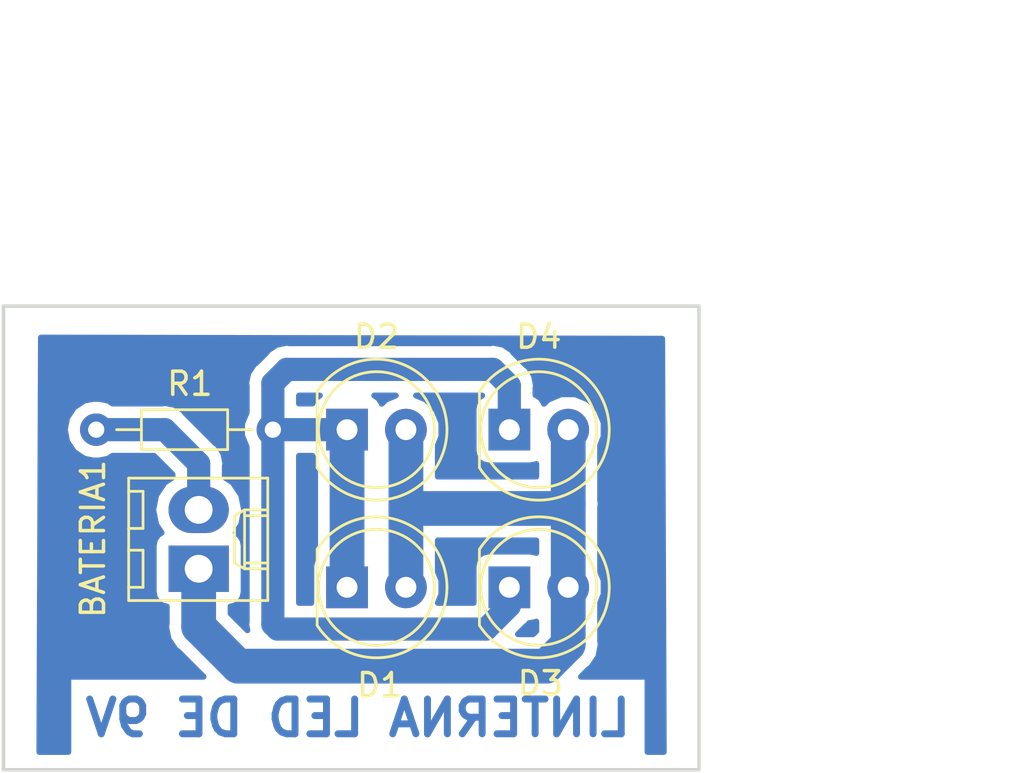
<source format=kicad_pcb>
(kicad_pcb (version 20171130) (host pcbnew 5.0.1-33cea8e~67~ubuntu16.04.1)

  (general
    (thickness 1.6)
    (drawings 7)
    (tracks 26)
    (zones 0)
    (modules 6)
    (nets 4)
  )

  (page A4)
  (layers
    (0 F.Cu signal)
    (31 B.Cu signal)
    (32 B.Adhes user)
    (33 F.Adhes user)
    (34 B.Paste user)
    (35 F.Paste user)
    (36 B.SilkS user)
    (37 F.SilkS user)
    (38 B.Mask user)
    (39 F.Mask user)
    (40 Dwgs.User user)
    (41 Cmts.User user)
    (42 Eco1.User user)
    (43 Eco2.User user)
    (44 Edge.Cuts user)
    (45 Margin user)
    (46 B.CrtYd user)
    (47 F.CrtYd user)
    (48 B.Fab user)
    (49 F.Fab user)
  )

  (setup
    (last_trace_width 0.25)
    (user_trace_width 1)
    (user_trace_width 1.2)
    (user_trace_width 1.4)
    (user_trace_width 1.5)
    (trace_clearance 0.2)
    (zone_clearance 0.5)
    (zone_45_only no)
    (trace_min 0.2)
    (segment_width 0.2)
    (edge_width 0.15)
    (via_size 0.8)
    (via_drill 0.4)
    (via_min_size 0.4)
    (via_min_drill 0.3)
    (uvia_size 0.3)
    (uvia_drill 0.1)
    (uvias_allowed no)
    (uvia_min_size 0.2)
    (uvia_min_drill 0.1)
    (pcb_text_width 0.3)
    (pcb_text_size 1.5 1.5)
    (mod_edge_width 0.15)
    (mod_text_size 1 1)
    (mod_text_width 0.15)
    (pad_size 1.524 1.524)
    (pad_drill 0.762)
    (pad_to_mask_clearance 0.2)
    (solder_mask_min_width 0.25)
    (aux_axis_origin 0 0)
    (visible_elements 7FFFFFFF)
    (pcbplotparams
      (layerselection 0x010fc_ffffffff)
      (usegerberextensions false)
      (usegerberattributes false)
      (usegerberadvancedattributes false)
      (creategerberjobfile false)
      (excludeedgelayer true)
      (linewidth 0.100000)
      (plotframeref false)
      (viasonmask false)
      (mode 1)
      (useauxorigin false)
      (hpglpennumber 1)
      (hpglpenspeed 20)
      (hpglpendiameter 15.000000)
      (psnegative false)
      (psa4output false)
      (plotreference true)
      (plotvalue true)
      (plotinvisibletext false)
      (padsonsilk false)
      (subtractmaskfromsilk false)
      (outputformat 1)
      (mirror false)
      (drillshape 1)
      (scaleselection 1)
      (outputdirectory ""))
  )

  (net 0 "")
  (net 1 "Net-(9V1-Pad2)")
  (net 2 "Net-(9V1-Pad1)")
  (net 3 "Net-(D1-Pad1)")

  (net_class Default "Esta es la clase de red por defecto."
    (clearance 0.2)
    (trace_width 0.25)
    (via_dia 0.8)
    (via_drill 0.4)
    (uvia_dia 0.3)
    (uvia_drill 0.1)
    (add_net "Net-(9V1-Pad1)")
    (add_net "Net-(9V1-Pad2)")
    (add_net "Net-(D1-Pad1)")
  )

  (module Resistors_THT:R_Axial_DIN0204_L3.6mm_D1.6mm_P7.62mm_Horizontal (layer F.Cu) (tedit 5874F706) (tstamp 5BC20606)
    (at 161.62 75.33 180)
    (descr "Resistor, Axial_DIN0204 series, Axial, Horizontal, pin pitch=7.62mm, 0.16666666666666666W = 1/6W, length*diameter=3.6*1.6mm^2, http://cdn-reichelt.de/documents/datenblatt/B400/1_4W%23YAG.pdf")
    (tags "Resistor Axial_DIN0204 series Axial Horizontal pin pitch 7.62mm 0.16666666666666666W = 1/6W length 3.6mm diameter 1.6mm")
    (path /5BC1FEDA)
    (fp_text reference R1 (at 3.58 1.98 180) (layer F.SilkS)
      (effects (font (size 1 1) (thickness 0.15)))
    )
    (fp_text value 220 (at 3.68 -0.07 180) (layer F.Fab)
      (effects (font (size 1 1) (thickness 0.15)))
    )
    (fp_line (start 2.01 -0.8) (end 2.01 0.8) (layer F.Fab) (width 0.1))
    (fp_line (start 2.01 0.8) (end 5.61 0.8) (layer F.Fab) (width 0.1))
    (fp_line (start 5.61 0.8) (end 5.61 -0.8) (layer F.Fab) (width 0.1))
    (fp_line (start 5.61 -0.8) (end 2.01 -0.8) (layer F.Fab) (width 0.1))
    (fp_line (start 0 0) (end 2.01 0) (layer F.Fab) (width 0.1))
    (fp_line (start 7.62 0) (end 5.61 0) (layer F.Fab) (width 0.1))
    (fp_line (start 1.95 -0.86) (end 1.95 0.86) (layer F.SilkS) (width 0.12))
    (fp_line (start 1.95 0.86) (end 5.67 0.86) (layer F.SilkS) (width 0.12))
    (fp_line (start 5.67 0.86) (end 5.67 -0.86) (layer F.SilkS) (width 0.12))
    (fp_line (start 5.67 -0.86) (end 1.95 -0.86) (layer F.SilkS) (width 0.12))
    (fp_line (start 0.88 0) (end 1.95 0) (layer F.SilkS) (width 0.12))
    (fp_line (start 6.74 0) (end 5.67 0) (layer F.SilkS) (width 0.12))
    (fp_line (start -0.95 -1.15) (end -0.95 1.15) (layer F.CrtYd) (width 0.05))
    (fp_line (start -0.95 1.15) (end 8.6 1.15) (layer F.CrtYd) (width 0.05))
    (fp_line (start 8.6 1.15) (end 8.6 -1.15) (layer F.CrtYd) (width 0.05))
    (fp_line (start 8.6 -1.15) (end -0.95 -1.15) (layer F.CrtYd) (width 0.05))
    (pad 1 thru_hole circle (at 0 0 180) (size 1.4 1.4) (drill 0.7) (layers *.Cu *.Mask)
      (net 3 "Net-(D1-Pad1)"))
    (pad 2 thru_hole oval (at 7.62 0 180) (size 1.4 1.4) (drill 0.7) (layers *.Cu *.Mask)
      (net 1 "Net-(9V1-Pad2)"))
    (model ${KISYS3DMOD}/Resistors_THT.3dshapes/R_Axial_DIN0204_L3.6mm_D1.6mm_P7.62mm_Horizontal.wrl
      (at (xyz 0 0 0))
      (scale (xyz 0.393701 0.393701 0.393701))
      (rotate (xyz 0 0 0))
    )
    (model ${KISYS3DMOD}/Resistor_THT.3dshapes/R_Axial_DIN0204_L3.6mm_D1.6mm_P7.62mm_Horizontal.wrl
      (at (xyz 0 0 0))
      (scale (xyz 1 1 1))
      (rotate (xyz 0 0 0))
    )
  )

  (module Connectors_Molex:Molex_KK-6410-02_02x2.54mm_Straight (layer F.Cu) (tedit 5BC20D32) (tstamp 5BC20416)
    (at 158.42 81.33 90)
    (descr "Connector Headers with Friction Lock, 22-27-2021, http://www.molex.com/pdm_docs/sd/022272021_sd.pdf")
    (tags "connector molex kk_6410 22-27-2021")
    (path /5BC20550)
    (fp_text reference BATERIA1 (at 1.29 -4.56 90) (layer F.SilkS)
      (effects (font (size 1 1) (thickness 0.15)))
    )
    (fp_text value " " (at 1.27 4.5 90) (layer F.Fab)
      (effects (font (size 1 1) (thickness 0.15)))
    )
    (fp_text user %R (at 1.27 0 90) (layer F.Fab)
      (effects (font (size 1 1) (thickness 0.15)))
    )
    (fp_line (start 4.45 3.5) (end -1.9 3.5) (layer F.CrtYd) (width 0.05))
    (fp_line (start 4.45 -3.55) (end 4.45 3.5) (layer F.CrtYd) (width 0.05))
    (fp_line (start -1.9 -3.55) (end 4.45 -3.55) (layer F.CrtYd) (width 0.05))
    (fp_line (start -1.9 3.5) (end -1.9 -3.55) (layer F.CrtYd) (width 0.05))
    (fp_line (start 3.34 -2.4) (end 3.34 -3.02) (layer F.SilkS) (width 0.12))
    (fp_line (start 1.74 -2.4) (end 3.34 -2.4) (layer F.SilkS) (width 0.12))
    (fp_line (start 1.74 -3.02) (end 1.74 -2.4) (layer F.SilkS) (width 0.12))
    (fp_line (start 0.8 -2.4) (end 0.8 -3.02) (layer F.SilkS) (width 0.12))
    (fp_line (start -0.8 -2.4) (end 0.8 -2.4) (layer F.SilkS) (width 0.12))
    (fp_line (start -0.8 -3.02) (end -0.8 -2.4) (layer F.SilkS) (width 0.12))
    (fp_line (start 2.29 2.98) (end 2.29 1.98) (layer F.SilkS) (width 0.12))
    (fp_line (start 0.25 2.98) (end 0.25 1.98) (layer F.SilkS) (width 0.12))
    (fp_line (start 2.29 1.55) (end 2.54 1.98) (layer F.SilkS) (width 0.12))
    (fp_line (start 0.25 1.55) (end 2.29 1.55) (layer F.SilkS) (width 0.12))
    (fp_line (start 0 1.98) (end 0.25 1.55) (layer F.SilkS) (width 0.12))
    (fp_line (start 2.54 1.98) (end 2.54 2.98) (layer F.SilkS) (width 0.12))
    (fp_line (start 0 1.98) (end 2.54 1.98) (layer F.SilkS) (width 0.12))
    (fp_line (start 0 2.98) (end 0 1.98) (layer F.SilkS) (width 0.12))
    (fp_line (start 3.91 -3.02) (end -1.37 -3.02) (layer F.SilkS) (width 0.12))
    (fp_line (start 3.91 2.98) (end 3.91 -3.02) (layer F.SilkS) (width 0.12))
    (fp_line (start -1.37 2.98) (end 3.91 2.98) (layer F.SilkS) (width 0.12))
    (fp_line (start -1.37 -3.02) (end -1.37 2.98) (layer F.SilkS) (width 0.12))
    (fp_line (start 4.01 -3.12) (end -1.47 -3.12) (layer F.Fab) (width 0.12))
    (fp_line (start 4.01 3.08) (end 4.01 -3.12) (layer F.Fab) (width 0.12))
    (fp_line (start -1.47 3.08) (end 4.01 3.08) (layer F.Fab) (width 0.12))
    (fp_line (start -1.47 -3.12) (end -1.47 3.08) (layer F.Fab) (width 0.12))
    (pad 2 thru_hole oval (at 2.54 0 90) (size 2 2.6) (drill 1.2) (layers *.Cu *.Mask)
      (net 1 "Net-(9V1-Pad2)"))
    (pad 1 thru_hole rect (at 0 0 90) (size 2 2.6) (drill 1.2) (layers *.Cu *.Mask)
      (net 2 "Net-(9V1-Pad1)"))
    (model ${KISYS3DMOD}/Connectors_Molex.3dshapes/Molex_KK-6410-02_02x2.54mm_Straight.wrl
      (at (xyz 0 0 0))
      (scale (xyz 1 1 1))
      (rotate (xyz 0 0 0))
    )
    (model ${KISYS3DMOD}/Connector_Molex.3dshapes/Molex_KK-254_AE-6410-02A_1x02_P2.54mm_Vertical.step
      (at (xyz 0 0 0))
      (scale (xyz 1 1 1))
      (rotate (xyz 0 0 0))
    )
  )

  (module LEDs:LED_D5.0mm_FlatTop (layer F.Cu) (tedit 5880A862) (tstamp 5BC20427)
    (at 164.82 82.13)
    (descr "LED, Round, FlatTop, diameter 5.0mm, 2 pins, http://www.kingbright.com/attachments/file/psearch/000/00/00/L-483GDT(Ver.15B).pdf")
    (tags "LED Round FlatTop diameter 5.0mm 2 pins")
    (path /5BC20006)
    (fp_text reference D1 (at 1.41 4.22) (layer F.SilkS)
      (effects (font (size 1 1) (thickness 0.15)))
    )
    (fp_text value " " (at 1.27 4.01) (layer F.Fab)
      (effects (font (size 1 1) (thickness 0.15)))
    )
    (fp_line (start 4.55 -3.3) (end -2 -3.3) (layer F.CrtYd) (width 0.05))
    (fp_line (start 4.55 3.3) (end 4.55 -3.3) (layer F.CrtYd) (width 0.05))
    (fp_line (start -2 3.3) (end 4.55 3.3) (layer F.CrtYd) (width 0.05))
    (fp_line (start -2 -3.3) (end -2 3.3) (layer F.CrtYd) (width 0.05))
    (fp_line (start -1.29 -1.64) (end -1.29 1.64) (layer F.SilkS) (width 0.12))
    (fp_line (start -1.23 -1.566046) (end -1.23 1.566046) (layer F.Fab) (width 0.1))
    (fp_circle (center 1.27 0) (end 3.77 0) (layer F.SilkS) (width 0.12))
    (fp_circle (center 1.27 0) (end 3.77 0) (layer F.Fab) (width 0.1))
    (fp_arc (start 1.27 0) (end -1.29 1.639512) (angle -147.4) (layer F.SilkS) (width 0.12))
    (fp_arc (start 1.27 0) (end -1.29 -1.639512) (angle 147.4) (layer F.SilkS) (width 0.12))
    (fp_arc (start 1.27 0) (end -1.23 -1.566046) (angle 295.9) (layer F.Fab) (width 0.1))
    (pad 2 thru_hole circle (at 2.54 0) (size 1.8 1.8) (drill 0.9) (layers *.Cu *.Mask)
      (net 2 "Net-(9V1-Pad1)"))
    (pad 1 thru_hole rect (at 0 0) (size 1.8 1.8) (drill 0.9) (layers *.Cu *.Mask)
      (net 3 "Net-(D1-Pad1)"))
    (model ${KISYS3DMOD}/LEDs.3dshapes/LED_D5.0mm_FlatTop.wrl
      (at (xyz 0 0 0))
      (scale (xyz 0.393701 0.393701 0.393701))
      (rotate (xyz 0 0 0))
    )
    (model ${KISYS3DMOD}/LED_THT.3dshapes/LED_D5.0mm.wrl
      (at (xyz 0 0 0))
      (scale (xyz 1 1 1))
      (rotate (xyz 0 0 0))
    )
  )

  (module LEDs:LED_D5.0mm_FlatTop (layer F.Cu) (tedit 5880A862) (tstamp 5BC20438)
    (at 164.82 75.33)
    (descr "LED, Round, FlatTop, diameter 5.0mm, 2 pins, http://www.kingbright.com/attachments/file/psearch/000/00/00/L-483GDT(Ver.15B).pdf")
    (tags "LED Round FlatTop diameter 5.0mm 2 pins")
    (path /5BC2017D)
    (fp_text reference D2 (at 1.27 -4.01) (layer F.SilkS)
      (effects (font (size 1 1) (thickness 0.15)))
    )
    (fp_text value " " (at 1.27 4.01) (layer F.Fab)
      (effects (font (size 1 1) (thickness 0.15)))
    )
    (fp_arc (start 1.27 0) (end -1.23 -1.566046) (angle 295.9) (layer F.Fab) (width 0.1))
    (fp_arc (start 1.27 0) (end -1.29 -1.639512) (angle 147.4) (layer F.SilkS) (width 0.12))
    (fp_arc (start 1.27 0) (end -1.29 1.639512) (angle -147.4) (layer F.SilkS) (width 0.12))
    (fp_circle (center 1.27 0) (end 3.77 0) (layer F.Fab) (width 0.1))
    (fp_circle (center 1.27 0) (end 3.77 0) (layer F.SilkS) (width 0.12))
    (fp_line (start -1.23 -1.566046) (end -1.23 1.566046) (layer F.Fab) (width 0.1))
    (fp_line (start -1.29 -1.64) (end -1.29 1.64) (layer F.SilkS) (width 0.12))
    (fp_line (start -2 -3.3) (end -2 3.3) (layer F.CrtYd) (width 0.05))
    (fp_line (start -2 3.3) (end 4.55 3.3) (layer F.CrtYd) (width 0.05))
    (fp_line (start 4.55 3.3) (end 4.55 -3.3) (layer F.CrtYd) (width 0.05))
    (fp_line (start 4.55 -3.3) (end -2 -3.3) (layer F.CrtYd) (width 0.05))
    (pad 1 thru_hole rect (at 0 0) (size 1.8 1.8) (drill 0.9) (layers *.Cu *.Mask)
      (net 3 "Net-(D1-Pad1)"))
    (pad 2 thru_hole circle (at 2.54 0) (size 1.8 1.8) (drill 0.9) (layers *.Cu *.Mask)
      (net 2 "Net-(9V1-Pad1)"))
    (model ${KISYS3DMOD}/LEDs.3dshapes/LED_D5.0mm_FlatTop.wrl
      (at (xyz 0 0 0))
      (scale (xyz 0.393701 0.393701 0.393701))
      (rotate (xyz 0 0 0))
    )
    (model ${KISYS3DMOD}/LED_THT.3dshapes/LED_D4.0mm.wrl
      (at (xyz 0 0 0))
      (scale (xyz 1 1 1))
      (rotate (xyz 0 0 0))
    )
    (model ${KISYS3DMOD}/LED_THT.3dshapes/LED_D5.0mm.wrl
      (at (xyz 0 0 0))
      (scale (xyz 1 1 1))
      (rotate (xyz 0 0 0))
    )
  )

  (module LEDs:LED_D5.0mm_FlatTop (layer F.Cu) (tedit 5880A862) (tstamp 5BC20449)
    (at 171.82 82.13)
    (descr "LED, Round, FlatTop, diameter 5.0mm, 2 pins, http://www.kingbright.com/attachments/file/psearch/000/00/00/L-483GDT(Ver.15B).pdf")
    (tags "LED Round FlatTop diameter 5.0mm 2 pins")
    (path /5BC201A3)
    (fp_text reference D3 (at 1.34 4.14) (layer F.SilkS)
      (effects (font (size 1 1) (thickness 0.15)))
    )
    (fp_text value " " (at 1.27 4.01) (layer F.Fab)
      (effects (font (size 1 1) (thickness 0.15)))
    )
    (fp_line (start 4.55 -3.3) (end -2 -3.3) (layer F.CrtYd) (width 0.05))
    (fp_line (start 4.55 3.3) (end 4.55 -3.3) (layer F.CrtYd) (width 0.05))
    (fp_line (start -2 3.3) (end 4.55 3.3) (layer F.CrtYd) (width 0.05))
    (fp_line (start -2 -3.3) (end -2 3.3) (layer F.CrtYd) (width 0.05))
    (fp_line (start -1.29 -1.64) (end -1.29 1.64) (layer F.SilkS) (width 0.12))
    (fp_line (start -1.23 -1.566046) (end -1.23 1.566046) (layer F.Fab) (width 0.1))
    (fp_circle (center 1.27 0) (end 3.77 0) (layer F.SilkS) (width 0.12))
    (fp_circle (center 1.27 0) (end 3.77 0) (layer F.Fab) (width 0.1))
    (fp_arc (start 1.27 0) (end -1.29 1.639512) (angle -147.4) (layer F.SilkS) (width 0.12))
    (fp_arc (start 1.27 0) (end -1.29 -1.639512) (angle 147.4) (layer F.SilkS) (width 0.12))
    (fp_arc (start 1.27 0) (end -1.23 -1.566046) (angle 295.9) (layer F.Fab) (width 0.1))
    (pad 2 thru_hole circle (at 2.54 0) (size 1.8 1.8) (drill 0.9) (layers *.Cu *.Mask)
      (net 2 "Net-(9V1-Pad1)"))
    (pad 1 thru_hole rect (at 0 0) (size 1.8 1.8) (drill 0.9) (layers *.Cu *.Mask)
      (net 3 "Net-(D1-Pad1)"))
    (model ${KISYS3DMOD}/LEDs.3dshapes/LED_D5.0mm_FlatTop.wrl
      (at (xyz 0 0 0))
      (scale (xyz 0.393701 0.393701 0.393701))
      (rotate (xyz 0 0 0))
    )
    (model ${KISYS3DMOD}/LED_THT.3dshapes/LED_D5.0mm.wrl
      (at (xyz 0 0 0))
      (scale (xyz 1 1 1))
      (rotate (xyz 0 0 0))
    )
  )

  (module LEDs:LED_D5.0mm_FlatTop (layer F.Cu) (tedit 5880A862) (tstamp 5BC206B3)
    (at 171.82 75.33)
    (descr "LED, Round, FlatTop, diameter 5.0mm, 2 pins, http://www.kingbright.com/attachments/file/psearch/000/00/00/L-483GDT(Ver.15B).pdf")
    (tags "LED Round FlatTop diameter 5.0mm 2 pins")
    (path /5BC201BF)
    (fp_text reference D4 (at 1.27 -4.01) (layer F.SilkS)
      (effects (font (size 1 1) (thickness 0.15)))
    )
    (fp_text value " " (at 1.27 4.01) (layer F.Fab)
      (effects (font (size 1 1) (thickness 0.15)))
    )
    (fp_arc (start 1.27 0) (end -1.23 -1.566046) (angle 295.9) (layer F.Fab) (width 0.1))
    (fp_arc (start 1.27 0) (end -1.29 -1.639512) (angle 147.4) (layer F.SilkS) (width 0.12))
    (fp_arc (start 1.27 0) (end -1.29 1.639512) (angle -147.4) (layer F.SilkS) (width 0.12))
    (fp_circle (center 1.27 0) (end 3.77 0) (layer F.Fab) (width 0.1))
    (fp_circle (center 1.27 0) (end 3.77 0) (layer F.SilkS) (width 0.12))
    (fp_line (start -1.23 -1.566046) (end -1.23 1.566046) (layer F.Fab) (width 0.1))
    (fp_line (start -1.29 -1.64) (end -1.29 1.64) (layer F.SilkS) (width 0.12))
    (fp_line (start -2 -3.3) (end -2 3.3) (layer F.CrtYd) (width 0.05))
    (fp_line (start -2 3.3) (end 4.55 3.3) (layer F.CrtYd) (width 0.05))
    (fp_line (start 4.55 3.3) (end 4.55 -3.3) (layer F.CrtYd) (width 0.05))
    (fp_line (start 4.55 -3.3) (end -2 -3.3) (layer F.CrtYd) (width 0.05))
    (pad 1 thru_hole rect (at 0 0) (size 1.8 1.8) (drill 0.9) (layers *.Cu *.Mask)
      (net 3 "Net-(D1-Pad1)"))
    (pad 2 thru_hole circle (at 2.54 0) (size 1.8 1.8) (drill 0.9) (layers *.Cu *.Mask)
      (net 2 "Net-(9V1-Pad1)"))
    (model ${KISYS3DMOD}/LEDs.3dshapes/LED_D5.0mm_FlatTop.wrl
      (at (xyz 0 0 0))
      (scale (xyz 0.393701 0.393701 0.393701))
      (rotate (xyz 0 0 0))
    )
    (model ${KISYS3DMOD}/LED_THT.3dshapes/LED_D5.0mm.wrl
      (at (xyz 0 0 0))
      (scale (xyz 1 1 1))
      (rotate (xyz 0 0 0))
    )
  )

  (dimension 20 (width 0.3) (layer Dwgs.User)
    (gr_text "20,000 mm" (at 192.1 80 270) (layer Dwgs.User)
      (effects (font (size 1.5 1.5) (thickness 0.3)))
    )
    (feature1 (pts (xy 185 90) (xy 190.586421 90)))
    (feature2 (pts (xy 185 70) (xy 190.586421 70)))
    (crossbar (pts (xy 190 70) (xy 190 90)))
    (arrow1a (pts (xy 190 90) (xy 189.413579 88.873496)))
    (arrow1b (pts (xy 190 90) (xy 190.586421 88.873496)))
    (arrow2a (pts (xy 190 70) (xy 189.413579 71.126504)))
    (arrow2b (pts (xy 190 70) (xy 190.586421 71.126504)))
  )
  (dimension 30 (width 0.3) (layer Dwgs.User)
    (gr_text "30,000 mm" (at 165 57.9) (layer Dwgs.User)
      (effects (font (size 1.5 1.5) (thickness 0.3)))
    )
    (feature1 (pts (xy 180 65) (xy 180 59.413579)))
    (feature2 (pts (xy 150 65) (xy 150 59.413579)))
    (crossbar (pts (xy 150 60) (xy 180 60)))
    (arrow1a (pts (xy 180 60) (xy 178.873496 60.586421)))
    (arrow1b (pts (xy 180 60) (xy 178.873496 59.413579)))
    (arrow2a (pts (xy 150 60) (xy 151.126504 60.586421)))
    (arrow2b (pts (xy 150 60) (xy 151.126504 59.413579)))
  )
  (gr_text "LINTERNA LED DE 9V" (at 165.29 87.77) (layer B.Cu)
    (effects (font (size 1.5 1.5) (thickness 0.3)) (justify mirror))
  )
  (gr_line (start 150 90) (end 150 70) (layer Edge.Cuts) (width 0.15))
  (gr_line (start 180 90) (end 150 90) (layer Edge.Cuts) (width 0.15))
  (gr_line (start 180 70) (end 180 90) (layer Edge.Cuts) (width 0.15))
  (gr_line (start 150 70) (end 180 70) (layer Edge.Cuts) (width 0.15))

  (segment (start 156.96 75.33) (end 154 75.33) (width 1) (layer B.Cu) (net 1))
  (segment (start 158.42 76.79) (end 156.96 75.33) (width 1) (layer B.Cu) (net 1))
  (segment (start 158.42 78.79) (end 158.42 76.79) (width 1) (layer B.Cu) (net 1))
  (segment (start 174.36 84.59) (end 174.36 82.13) (width 1.5) (layer B.Cu) (net 2))
  (segment (start 158.42 81.33) (end 158.42 83.83) (width 1.5) (layer B.Cu) (net 2))
  (segment (start 160.12 85.53) (end 173.42 85.53) (width 1.5) (layer B.Cu) (net 2))
  (segment (start 158.42 83.83) (end 160.12 85.53) (width 1.5) (layer B.Cu) (net 2))
  (segment (start 173.42 85.53) (end 174.36 84.59) (width 1.5) (layer B.Cu) (net 2))
  (segment (start 167.36 78.73) (end 167.36 82.13) (width 1.5) (layer B.Cu) (net 2))
  (segment (start 167.36 78.73) (end 174.16 78.73) (width 1.5) (layer B.Cu) (net 2))
  (segment (start 167.36 75.33) (end 167.36 78.73) (width 1.5) (layer B.Cu) (net 2))
  (segment (start 174.36 75.33) (end 174.36 78.53) (width 1.5) (layer B.Cu) (net 2))
  (segment (start 174.16 78.73) (end 174.36 78.53) (width 1.5) (layer B.Cu) (net 2))
  (segment (start 174.36 78.53) (end 174.36 82.13) (width 1.5) (layer B.Cu) (net 2))
  (segment (start 164.82 82.13) (end 164.82 75.33) (width 1.5) (layer B.Cu) (net 3))
  (segment (start 171.82 82.13) (end 171.82 82.93) (width 1) (layer B.Cu) (net 3))
  (segment (start 171.82 82.93) (end 170.82 83.93) (width 1) (layer B.Cu) (net 3))
  (segment (start 170.82 83.93) (end 161.82 83.93) (width 1) (layer B.Cu) (net 3))
  (segment (start 161.62 83.73) (end 161.62 75.33) (width 1) (layer B.Cu) (net 3))
  (segment (start 161.82 83.93) (end 161.62 83.73) (width 1) (layer B.Cu) (net 3))
  (segment (start 171.82 73.43) (end 171.12 72.73) (width 1) (layer B.Cu) (net 3))
  (segment (start 171.82 75.33) (end 171.82 73.43) (width 1) (layer B.Cu) (net 3))
  (segment (start 171.12 72.73) (end 162.22 72.73) (width 1) (layer B.Cu) (net 3))
  (segment (start 161.62 73.33) (end 161.62 75.33) (width 1) (layer B.Cu) (net 3))
  (segment (start 162.22 72.73) (end 161.62 73.33) (width 1) (layer B.Cu) (net 3))
  (segment (start 164.82 75.33) (end 161.62 75.33) (width 1) (layer B.Cu) (net 3))

  (zone (net 0) (net_name "") (layer B.Cu) (tstamp 0) (hatch edge 0.508)
    (connect_pads (clearance 0.5))
    (min_thickness 0.254)
    (fill yes (arc_segments 16) (thermal_gap 0.508) (thermal_bridge_width 0.508))
    (polygon
      (pts
        (xy 151.49 71.23) (xy 178.54 71.28) (xy 178.61 89.36) (xy 151.42 89.36)
      )
    )
    (filled_polygon
      (pts
        (xy 178.41349 71.406767) (xy 178.482507 89.233) (xy 177.781286 89.233) (xy 177.781286 85.988) (xy 174.909372 85.988)
        (xy 175.237786 85.659586) (xy 175.352761 85.582762) (xy 175.429586 85.467786) (xy 175.657106 85.127279) (xy 175.763977 84.59)
        (xy 175.736999 84.454372) (xy 175.737 82.795872) (xy 175.887 82.433739) (xy 175.887 81.826261) (xy 175.737 81.464129)
        (xy 175.736999 78.665628) (xy 175.763977 78.53) (xy 175.737 78.394377) (xy 175.736999 75.995873) (xy 175.887 75.633739)
        (xy 175.887 75.026261) (xy 175.654528 74.465024) (xy 175.224976 74.035472) (xy 174.663739 73.803) (xy 174.056261 73.803)
        (xy 173.495024 74.035472) (xy 173.316347 74.214149) (xy 173.31062 74.185357) (xy 173.172041 73.977959) (xy 172.964643 73.83938)
        (xy 172.947 73.835871) (xy 172.947 73.540998) (xy 172.969079 73.429999) (xy 172.88161 72.990265) (xy 172.752715 72.797361)
        (xy 172.632522 72.617479) (xy 172.538421 72.554603) (xy 171.9954 72.011582) (xy 171.932522 71.917478) (xy 171.559733 71.668389)
        (xy 171.230999 71.603) (xy 171.230998 71.603) (xy 171.12 71.580921) (xy 171.009002 71.603) (xy 162.330997 71.603)
        (xy 162.219999 71.580921) (xy 162.109001 71.603) (xy 161.780267 71.668389) (xy 161.780266 71.66839) (xy 161.780265 71.66839)
        (xy 161.715674 71.711549) (xy 161.407478 71.917478) (xy 161.3446 72.011582) (xy 160.901579 72.454603) (xy 160.807478 72.517479)
        (xy 160.558389 72.890268) (xy 160.538498 72.990267) (xy 160.470921 73.33) (xy 160.493 73.440999) (xy 160.493001 74.5832)
        (xy 160.293 75.066043) (xy 160.293 75.593957) (xy 160.493001 76.076801) (xy 160.493 83.619002) (xy 160.470921 83.73)
        (xy 160.493 83.840998) (xy 160.521463 83.984091) (xy 159.797 83.259628) (xy 159.797 82.953967) (xy 159.964643 82.92062)
        (xy 160.172041 82.782041) (xy 160.31062 82.574643) (xy 160.359283 82.33) (xy 160.359283 80.33) (xy 160.31062 80.085357)
        (xy 160.172041 79.877959) (xy 160.018413 79.775308) (xy 160.2526 79.424824) (xy 160.378874 78.79) (xy 160.2526 78.155176)
        (xy 159.893001 77.616999) (xy 159.547 77.385808) (xy 159.547 76.900999) (xy 159.569079 76.79) (xy 159.536164 76.624528)
        (xy 159.481611 76.350268) (xy 159.48161 76.350267) (xy 159.48161 76.350265) (xy 159.295397 76.071578) (xy 159.295396 76.071577)
        (xy 159.232522 75.977479) (xy 159.138423 75.914604) (xy 157.8354 74.611582) (xy 157.772522 74.517478) (xy 157.399733 74.268389)
        (xy 157.070999 74.203) (xy 157.070998 74.203) (xy 156.96 74.180921) (xy 156.849002 74.203) (xy 154.701861 74.203)
        (xy 154.51777 74.079994) (xy 154.130696 74.003) (xy 153.869304 74.003) (xy 153.48223 74.079994) (xy 153.043287 74.373287)
        (xy 152.749994 74.81223) (xy 152.647003 75.33) (xy 152.749994 75.84777) (xy 153.043287 76.286713) (xy 153.48223 76.580006)
        (xy 153.869304 76.657) (xy 154.130696 76.657) (xy 154.51777 76.580006) (xy 154.701861 76.457) (xy 156.493182 76.457)
        (xy 157.293001 77.256819) (xy 157.293001 77.385808) (xy 156.946999 77.616999) (xy 156.5874 78.155176) (xy 156.461126 78.79)
        (xy 156.5874 79.424824) (xy 156.821587 79.775308) (xy 156.667959 79.877959) (xy 156.52938 80.085357) (xy 156.480717 80.33)
        (xy 156.480717 82.33) (xy 156.52938 82.574643) (xy 156.667959 82.782041) (xy 156.875357 82.92062) (xy 157.043001 82.953967)
        (xy 157.043001 83.694373) (xy 157.016023 83.83) (xy 157.122894 84.367278) (xy 157.124535 84.369734) (xy 157.427239 84.822762)
        (xy 157.542216 84.899587) (xy 158.630628 85.988) (xy 152.798715 85.988) (xy 152.798715 89.233) (xy 151.547491 89.233)
        (xy 151.61651 71.357234)
      )
    )
    (filled_polygon
      (pts
        (xy 172.983 84.019628) (xy 172.849629 84.153) (xy 172.190818 84.153) (xy 172.538421 83.805397) (xy 172.632522 83.742521)
        (xy 172.681458 83.669283) (xy 172.72 83.669283) (xy 172.964643 83.62062) (xy 172.983 83.608354)
      )
    )
    (filled_polygon
      (pts
        (xy 163.32938 76.474643) (xy 163.443001 76.644688) (xy 163.443 80.815312) (xy 163.32938 80.985357) (xy 163.280717 81.23)
        (xy 163.280717 82.803) (xy 162.746999 82.803) (xy 162.747 76.457) (xy 163.325871 76.457)
      )
    )
    (filled_polygon
      (pts
        (xy 172.983001 80.651646) (xy 172.964643 80.63938) (xy 172.72 80.590717) (xy 170.92 80.590717) (xy 170.675357 80.63938)
        (xy 170.467959 80.777959) (xy 170.32938 80.985357) (xy 170.280717 81.23) (xy 170.280717 82.803) (xy 168.734047 82.803)
        (xy 168.887 82.433739) (xy 168.887 81.826261) (xy 168.737 81.464128) (xy 168.736999 80.107) (xy 172.983 80.107)
      )
    )
    (filled_polygon
      (pts
        (xy 170.467959 73.977959) (xy 170.32938 74.185357) (xy 170.280717 74.43) (xy 170.280717 76.23) (xy 170.32938 76.474643)
        (xy 170.467959 76.682041) (xy 170.675357 76.82062) (xy 170.92 76.869283) (xy 172.72 76.869283) (xy 172.964643 76.82062)
        (xy 172.983 76.808354) (xy 172.983001 77.353) (xy 168.737 77.353) (xy 168.736999 75.995873) (xy 168.887 75.633739)
        (xy 168.887 75.026261) (xy 168.654528 74.465024) (xy 168.224976 74.035472) (xy 167.794107 73.857) (xy 170.648987 73.857)
      )
    )
    (filled_polygon
      (pts
        (xy 166.495024 74.035472) (xy 166.316347 74.214149) (xy 166.31062 74.185357) (xy 166.172041 73.977959) (xy 165.991013 73.857)
        (xy 166.925893 73.857)
      )
    )
    (filled_polygon
      (pts
        (xy 163.467959 73.977959) (xy 163.32938 74.185357) (xy 163.325871 74.203) (xy 162.746999 74.203) (xy 162.746999 73.857)
        (xy 163.648987 73.857)
      )
    )
  )
)

</source>
